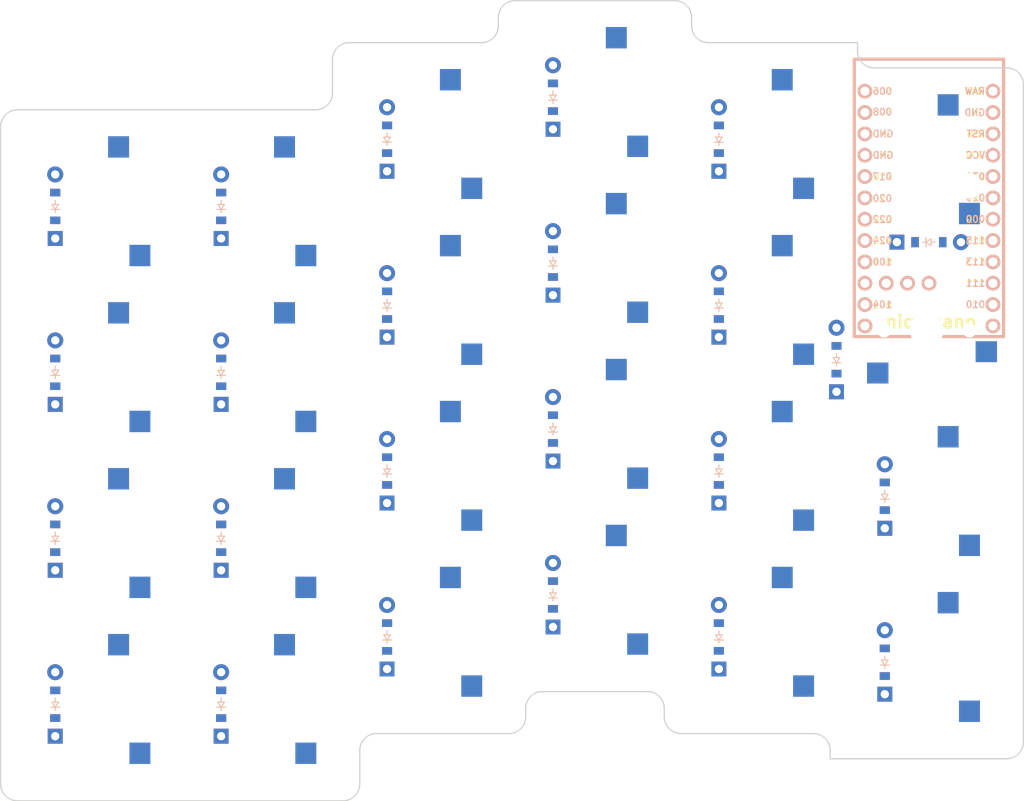
<source format=kicad_pcb>
(kicad_pcb (version 20240108) (generator "pcbnew") (generator_version "8.0")
  (title_block (title "left") (rev "v1.0.0") (company "Unknown"))
  (layers (0 "F.Cu" signal) (31 "B.Cu" signal) (34 "B.Paste" user) (35 "F.Paste" user) (36 "B.SilkS" user "B.Silkscreen") (37 "F.SilkS" user "F.Silkscreen") (38 "B.Mask" user) (39 "F.Mask" user) (44 "Edge.Cuts" user))
  (net 0 "")
  (net 1 "P017")
  (net 2 "outer_bottom")
  (net 3 "outer_home")
  (net 4 "outer_top")
  (net 5 "outer_num")
  (net 6 "P020")
  (net 7 "pinky_bottom")
  (net 8 "pinky_home")
  (net 9 "pinky_top")
  (net 10 "pinky_num")
  (net 11 "P022")
  (net 12 "ring_bottom")
  (net 13 "ring_home")
  (net 14 "ring_top")
  (net 15 "ring_num")
  (net 16 "P024")
  (net 17 "middle_bottom")
  (net 18 "middle_home")
  (net 19 "middle_top")
  (net 20 "middle_num")
  (net 21 "P100")
  (net 22 "index_bottom")
  (net 23 "index_home")
  (net 24 "index_top")
  (net 25 "index_num")
  (net 26 "P011")
  (net 27 "inner_bottom")
  (net 28 "inner_home")
  (net 29 "inner_num")
  (net 30 "inner_top")
  (net 31 "RAW")
  (net 32 "GND")
  (net 33 "RST")
  (net 34 "VCC")
  (net 35 "P031")
  (net 36 "P029")
  (net 37 "P002")
  (net 38 "P115")
  (net 39 "P113")
  (net 40 "P111")
  (net 41 "P010")
  (net 42 "P009")
  (net 43 "P006")
  (net 44 "P008")
  (net 45 "P104")
  (net 46 "P106")
  (net 47 "P101")
  (net 48 "P102")
  (net 49 "P107")
  (net 50 "{row_net}")
  (footprint "ComboDiode" (layer "F.Cu") (at 54.25 -32.75 90)
    (property "Reference" "D14" (hide yes))
    (property "Value" "" (hide yes))
    (pad "1" thru_hole rect (at -3.81 0 90) (size 1.778 1.778) (drill 0.9906) (layers "*.Cu" "*.Mask") (net 50 "{row_net}"))
    (pad "1" smd rect (at -1.65 0 90) (size 0.9 1.2) (layers "F.Cu" "F.Paste" "F.Mask") (net 50 "{row_net}"))
    (pad "1" smd rect (at -1.65 0 90) (size 0.9 1.2) (layers "B.Cu" "B.Paste" "B.Mask") (net 50 "{row_net}"))
    (pad "2" smd rect (at 1.65 0 90) (size 0.9 1.2) (layers "F.Cu" "F.Paste" "F.Mask") (net 18 "middle_home"))
    (pad "2" smd rect (at 1.65 0 90) (size 0.9 1.2) (layers "B.Cu" "B.Paste" "B.Mask") (net 18 "middle_home"))
    (pad "2" thru_hole circle (at 3.81 0 90) (size 1.905 1.905) (drill 0.9906) (layers "*.Cu" "*.Mask") (net 18 "middle_home"))
  )
  (footprint "nice_nano" (layer "F.Cu") (at 99 -59 -90)
    (property "Reference" "MCU1" (hide yes))
    (property "Value" "nice_nano" (hide yes))
    (fp_text user "VCC" (at -6.35 -5.537191 0) (layer "B.SilkS") (effects (font (size 0.8 0.8)) (justify mirror)))
    (fp_text user "GND" (at -11.43 -5.454667 0) (layer "B.SilkS") (effects (font (size 0.8 0.8)) (justify mirror)))
    (fp_text user "111" (at 8.89 -5.537191 0) (layer "B.SilkS") (effects (font (size 0.8 0.8)) (justify mirror)))
    (fp_text user "100" (at 6.35 5.53719 0) (layer "B.SilkS") (effects (font (size 0.8 0.8)) (justify mirror)))
    (fp_text user "017" (at -3.8 5.53719 0) (layer "B.SilkS") (effects (font (size 0.8 0.8)) (justify mirror)))
    (fp_text user "RAW" (at -13.97 -5.473715 0) (layer "B.SilkS") (effects (font (size 0.8 0.8)) (justify mirror)))
    (fp_text user "113" (at 6.35 -5.537191 0) (layer "B.SilkS") (effects (font (size 0.8 0.8)) (justify mirror)))
    (fp_text user "115" (at 3.81 -5.537191 0) (layer "B.SilkS") (effects (font (size 0.8 0.8)) (justify mirror)))
    (fp_text user "002" (at 1.27 -5.537191 0) (layer "B.SilkS") (effects (font (size 0.8 0.8)) (justify mirror)))
    (fp_text user "022" (at 1.3 5.53719 0) (layer "B.SilkS") (effects (font (size 0.8 0.8)) (justify mirror)))
    (fp_text user "020" (at -1.2 5.53719 0) (layer "B.SilkS") (effects (font (size 0.8 0.8)) (justify mirror)))
    (fp_text user "010" (at 11.43 -5.537191 0) (layer "B.SilkS") (effects (font (size 0.8 0.8)) (justify mirror)))
    (fp_text user "008" (at -11.5 5.53719 0) (layer "B.SilkS") (effects (font (size 0.8 0.8)) (justify mirror)))
    (fp_text user "RST" (at -8.89 -5.588 0) (layer "B.SilkS") (effects (font (size 0.8 0.8)) (justify mirror)))
    (fp_text user "GND" (at -8.89 5.461 0) (layer "B.SilkS") (effects (font (size 0.8 0.8)) (justify mirror)))
    (fp_text user "031" (at -3.81 -5.537191 0) (layer "B.SilkS") (effects (font (size 0.8 0.8)) (justify mirror)))
    (fp_text user "104" (at 11.43 5.53719 0) (layer "B.SilkS") (effects (font (size 0.8 0.8)) (justify mirror)))
    (fp_text user "029" (at -1.27 -5.537191 0) (layer "B.SilkS") (effects (font (size 0.8 0.8)) (justify mirror)))
    (fp_text user "024" (at 3.81 5.53719 0) (layer "B.SilkS") (effects (font (size 0.8 0.8)) (justify mirror)))
    (fp_text user "GND" (at -6.35 5.461 0) (layer "B.SilkS") (effects (font (size 0.8 0.8)) (justify mirror)))
    (fp_text user "006" (at -13.97 5.53719 0) (layer "B.SilkS") (effects (font (size 0.8 0.8)) (justify mirror)))
    (fp_text user "104" (at 11.43 5.53719 0) (layer "F.SilkS") (effects (font (size 0.8 0.8))))
    (fp_text user "GND" (at -8.89 5.461 0) (layer "F.SilkS") (effects (font (size 0.8 0.8))))
    (fp_text user "115" (at 3.81 -5.537191 0) (layer "F.SilkS") (effects (font (size 0.8 0.8))))
    (fp_text user "031" (at -3.81 -5.537191 0) (layer "F.SilkS") (effects (font (size 0.8 0.8))))
    (fp_text user "002" (at 1.27 -5.537191 0) (layer "F.SilkS") (effects (font (size 0.8 0.8))))
    (fp_text user "RST" (at -8.89 -5.588 0) (layer "F.SilkS") (effects (font (size 0.8 0.8))))
    (fp_text user "GND" (at -6.35 5.461 0) (layer "F.SilkS") (effects (font (size 0.8 0.8))))
    (fp_text user "VCC" (at -6.35 -5.537191 0) (layer "F.SilkS") (effects (font (size 0.8 0.8))))
    (fp_text user "nice!nano" (at 13.462 -0.254 0) (layer "F.SilkS") (effects (font (size 1.5 1.5) (thickness 0.3))))
    (fp_text user "113" (at 6.35 -5.537191 0) (layer "F.SilkS") (effects (font (size 0.8 0.8))))
    (fp_text user "100" (at 6.35 5.53719 0) (layer "F.SilkS") (effects (font (size 0.8 0.8))))
    (fp_text user "020" (at -1.2 5.53719 0) (layer "F.SilkS") (effects (font (size 0.8 0.8))))
    (fp_text user "010" (at 11.43 -5.537191 0) (layer "F.SilkS") (effects (font (size 0.8 0.8))))
    (fp_text user "017" (at -3.8 5.53719 0) (layer "F.SilkS") (effects (font (size 0.8 0.8))))
    (fp_text user "008" (at -11.5 5.53719 0) (layer "F.SilkS") (effects (font (size 0.8 0.8))))
    (fp_text user "GND" (at -11.43 -5.454667 0) (layer "F.SilkS") (effects (font (size 0.8 0.8))))
    (fp_text user "006" (at -13.97 5.53719 0) (layer "F.SilkS") (effects (font (size 0.8 0.8))))
    (fp_text user "RAW" (at -13.97 -5.473715 0) (layer "F.SilkS") (effects (font (size 0.8 0.8))))
    (fp_text user "029" (at -1.27 -5.537191 0) (layer "F.SilkS") (effects (font (size 0.8 0.8))))
    (fp_text user "022" (at 1.3 5.53719 0) (layer "F.SilkS") (effects (font (size 0.8 0.8))))
    (fp_text user "024" (at 3.81 5.53719 0) (layer "F.SilkS") (effects (font (size 0.8 0.8))))
    (fp_text user "111" (at 8.89 -5.537191 0) (layer "F.SilkS") (effects (font (size 0.8 0.8))))
    (pad "1" thru_hole circle (at -13.97 7.62) (size 1.7526 1.7526) (drill 1.0922) (layers "*.Cu" "*.SilkS" "*.Mask") (net 43 "P006"))
    (pad "2" thru_hole circle (at -11.43 7.62) (size 1.7526 1.7526) (drill 1.0922) (layers "*.Cu" "*.SilkS" "*.Mask") (net 44 "P008"))
    (pad "3" thru_hole circle (at -8.89 7.62) (size 1.7526 1.7526) (drill 1.0922) (layers "*.Cu" "*.SilkS" "*.Mask") (net 32 "GND"))
    (pad "4" thru_hole circle (at -6.35 7.62) (size 1.7526 1.7526) (drill 1.0922) (layers "*.Cu" "*.SilkS" "*.Mask") (net 32 "GND"))
    (pad "5" thru_hole circle (at -3.81 7.62) (size 1.7526 1.7526) (drill 1.0922) (layers "*.Cu" "*.SilkS" "*.Mask") (net 1 "P017"))
    (pad "6" thru_hole circle (at -1.27 7.62) (size 1.7526 1.7526) (drill 1.0922) (layers "*.Cu" "*.SilkS" "*.Mask") (net 6 "P020"))
    (pad "7" thru_hole circle (at 1.27 7.62) (size 1.7526 1.7526) (drill 1.0922) (layers "*.Cu" "*.SilkS" "*.Mask") (net 11 "P022"))
    (pad "8" thru_hole circle (at 3.81 7.62) (size 1.7526 1.7526) (drill 1.0922) (layers "*.Cu" "*.SilkS" "*.Mask") (net 16 "P024"))
    (pad "9" thru_hole circle (at 6.35 7.62) (size 1.7526 1.7526) (drill 1.0922) (layers "*.Cu" "*.SilkS" "*.Mask") (net 21 "P100"))
    (pad "10" thru_hole circle (at 8.89 7.62) (size 1.7526 1.7526) (drill 1.0922) (layers "*.Cu" "*.SilkS" "*.Mask") (net 26 "P011"))
    (pad "11" thru_hole circle (at 11.43 7.62) (size 1.7526 1.7526) (drill 1.0922) (layers "*.Cu" "*.SilkS" "*.Mask") (net 45 "P104"))
    (pad "12" thru_hole circle (at 13.97 7.62) (size 1.7526 1.7526) (drill 1.0922) (layers "*.Cu" "*.SilkS" "*.Mask") (net 46 "P106"))
    (pad "13" thru_hole circle (at 13.97 -7.62) (size 1.7526 1.7526) (drill 1.0922) (layers "*.Cu" "*.SilkS" "*.Mask") (net 42 "P009"))
    (pad "14" thru_hole circle (at 11.43 -7.62) (size 1.7526 1.7526) (drill 1.0922) (layers "*.Cu" "*.SilkS" "*.Mask") (net 41 "P010"))
    (pad "15" thru_hole circle (at 8.89 -7.62) (size 1.7526 1.7526) (drill 1.0922) (layers "*.Cu" "*.SilkS" "*.Mask") (net 40 "P111"))
    (pad "16" thru_hole circle (at 6.35 -7.62) (size 1.7526 1.7526) (drill 1.0922) (layers "*.Cu" "*.SilkS" "*.Mask") (net 39 "P113"))
    (pad "17" thru_hole circle (at 3.81 -7.62) (size 1.7526 1.7526) (drill 1.0922) (layers "*.Cu" "*.SilkS" "*.Mask") (net 38 "P115"))
    (pad "18" thru_hole circle (at 1.27 -7.62) (size 1.7526 1.7526) (drill 1.0922) (layers "*.Cu" "*.SilkS" "*.Mask") (net 37 "P002"))
    (pad "19" thru_hole circle (at -1.27 -7.62) (size 1.7526 1.7526) (drill 1.0922) (layers "*.Cu" "*.SilkS" "*.Mask") (net 36 "P029"))
    (pad "20" thru_hole circle (at -3.81 -7.62) (size 1.7526 1.7526) (drill 1.0922) (layers "*.Cu" "*.SilkS" "*.Mask") (net 35 "P031"))
    (pad "21" thru_hole circle (at -6.35 -7.62) (size 1.7526 1.7526) (drill 1.0922) (layers "*.Cu" "*.SilkS" "*.Mask") (net 34 "VCC"))
    (pad "22" thru_hole circle (at -8.89 -7.62) (size 1.7526 1.7526) (drill 1.0922) (layers "*.Cu" "*.SilkS" "*.Mask") (net 33 "RST"))
    (pad "23" thru_hole circle (at -11.43 -7.62) (size 1.7526 1.7526) (drill 1.0922) (layers "*.Cu" "*.SilkS" "*.Mask") (net 32 "GND"))
    (pad "24" thru_hole circle (at -13.97 -7.62) (size 1.7526 1.7526) (drill 1.0922) (layers "*.Cu" "*.SilkS" "*.Mask") (net 31 "RAW"))
    (pad "31" thru_hole circle (at 8.89 5.08) (size 1.7526 1.7526) (drill 1.0922) (layers "*.Cu" "*.SilkS" "*.Mask") (net 47 "P101"))
    (pad "32" thru_hole circle (at 8.89 2.54) (size 1.7526 1.7526) (drill 1.0922) (layers "*.Cu" "*.SilkS" "*.Mask") (net 48 "P102"))
    (pad "33" thru_hole circle (at 8.89 0) (size 1.7526 1.7526) (drill 1.0922) (layers "*.Cu" "*.SilkS" "*.Mask") (net 49 "P107"))
  )
  (footprint "ComboDiode" (layer "F.Cu") (at -5 -19.75 90)
    (property "Reference" "D2" (hide yes))
    (property "Value" "" (hide yes))
    (pad "1" thru_hole rect (at -3.81 0 90) (size 1.778 1.778) (drill 0.9906) (layers "*.Cu" "*.Mask") (net 50 "{row_net}"))
    (pad "1" smd rect (at -1.65 0 90) (size 0.9 1.2) (layers "F.Cu" "F.Paste" "F.Mask") (net 50 "{row_net}"))
    (pad "1" smd rect (at -1.65 0 90) (size 0.9 1.2) (layers "B.Cu" "B.Paste" "B.Mask") (net 50 "{row_net}"))
    (pad "2" smd rect (at 1.65 0 90) (size 0.9 1.2) (layers "F.Cu" "F.Paste" "F.Mask") (net 3 "outer_home"))
    (pad "2" smd rect (at 1.65 0 90) (size 0.9 1.2) (layers "B.Cu" "B.Paste" "B.Mask") (net 3 "outer_home"))
    (pad "2" thru_hole circle (at 3.81 0 90) (size 1.905 1.905) (drill 0.9906) (layers "*.Cu" "*.Mask") (net 3 "outer_home"))
  )
  (footprint "MX" (layer "F.Cu") (at 19.75 -19.75 -90)
    (property "Reference" "S6" (hide yes))
    (property "Value" "" (hide yes))
    (pad "" np_thru_hole circle (at -5.08 0) (size 1.7018 1.7018) (drill 1.7018) (layers "*.Cu" "*.Mask"))
    (pad "" np_thru_hole circle (at -3.81 -2.54) (size 3 3) (drill 3) (layers "*.Cu" "*.Mask"))
    (pad "" np_thru_hole circle (at 0 0) (size 3.9878 3.9878) (drill 3.9878) (layers "*.Cu" "*.Mask"))
    (pad "" np_thru_hole circle (at 2.54 -5.08) (size 3 3) (drill 3) (layers "*.Cu" "*.Mask"))
    (pad "" np_thru_hole circle (at 5.08 0) (size 1.7018 1.7018) (drill 1.7018) (layers "*.Cu" "*.Mask"))
    (pad "1" smd rect (at -7.085 -2.54 270) (size 2.55 2.5) (layers "B.Cu" "B.Paste" "B.Mask") (net 6 "P020"))
    (pad "2" smd rect (at 5.842 -5.08 270) (size 2.55 2.5) (layers "B.Cu" "B.Paste" "B.Mask") (net 8 "pinky_home"))
  )
  (footprint "ComboDiode" (layer "F.Cu") (at -5 -59.25 90)
    (property "Reference" "D4" (hide yes))
    (property "Value" "" (hide yes))
    (pad "1" thru_hole rect (at -3.81 0 90) (size 1.778 1.778) (drill 0.9906) (layers "*.Cu" "*.Mask") (net 50 "{row_net}"))
    (pad "1" smd rect (at -1.65 0 90) (size 0.9 1.2) (layers "F.Cu" "F.Paste" "F.Mask") (net 50 "{row_net}"))
    (pad "1" smd rect (at -1.65 0 90) (size 0.9 1.2) (layers "B.Cu" "B.Paste" "B.Mask") (net 50 "{row_net}"))
    (pad "2" smd rect (at 1.65 0 90) (size 0.9 1.2) (layers "F.Cu" "F.Paste" "F.Mask") (net 5 "outer_num"))
    (pad "2" smd rect (at 1.65 0 90) (size 0.9 1.2) (layers "B.Cu" "B.Paste" "B.Mask") (net 5 "outer_num"))
    (pad "2" thru_hole circle (at 3.81 0 90) (size 1.905 1.905) (drill 0.9906) (layers "*.Cu" "*.Mask") (net 5 "outer_num"))
  )
  (footprint "ComboDiode" (layer "F.Cu") (at 54.25 -72.25 90)
    (property "Reference" "D16" (hide yes))
    (property "Value" "" (hide yes))
    (pad "1" thru_hole rect (at -3.81 0 90) (size 1.778 1.778) (drill 0.9906) (layers "*.Cu" "*.Mask") (net 50 "{row_net}"))
    (pad "1" smd rect (at -1.65 0 90) (size 0.9 1.2) (layers "F.Cu" "F.Paste" "F.Mask") (net 50 "{row_net}"))
    (pad "1" smd rect (at -1.65 0 90) (size 0.9 1.2) (layers "B.Cu" "B.Paste" "B.Mask") (net 50 "{row_net}"))
    (pad "2" smd rect (at 1.65 0 90) (size 0.9 1.2) (layers "F.Cu" "F.Paste" "F.Mask") (net 20 "middle_num"))
    (pad "2" smd rect (at 1.65 0 90) (size 0.9 1.2) (layers "B.Cu" "B.Paste" "B.Mask") (net 20 "middle_num"))
    (pad "2" thru_hole circle (at 3.81 0 90) (size 1.905 1.905) (drill 0.9906) (layers "*.Cu" "*.Mask") (net 20 "middle_num"))
  )
  (footprint "MX" (layer "F.Cu") (at 39.5 -8 -90)
    (property "Reference" "S9" (hide yes))
    (property "Value" "" (hide yes))
    (pad "" np_thru_hole circle (at -5.08 0) (size 1.7018 1.7018) (drill 1.7018) (layers "*.Cu" "*.Mask"))
    (pad "" np_thru_hole circle (at -3.81 -2.54) (size 3 3) (drill 3) (layers "*.Cu" "*.Mask"))
    (pad "" np_thru_hole circle (at 0 0) (size 3.9878 3.9878) (drill 3.9878) (layers "*.Cu" "*.Mask"))
    (pad "" np_thru_hole circle (at 2.54 -5.08) (size 3 3) (drill 3) (layers "*.Cu" "*.Mask"))
    (pad "" np_thru_hole circle (at 5.08 0) (size 1.7018 1.7018) (drill 1.7018) (layers "*.Cu" "*.Mask"))
    (pad "1" smd rect (at -7.085 -2.54 270) (size 2.55 2.5) (layers "B.Cu" "B.Paste" "B.Mask") (net 11 "P022"))
    (pad "2" smd rect (at 5.842 -5.08 270) (size 2.55 2.5) (layers "B.Cu" "B.Paste" "B.Mask") (net 12 "ring_bottom"))
  )
  (footprint "ComboDiode" (layer "F.Cu") (at 34.5 -8 90)
    (property "Reference" "D9" (hide yes))
    (property "Value" "" (hide yes))
    (pad "1" thru_hole rect (at -3.81 0 90) (size 1.778 1.778) (drill 0.9906) (layers "*.Cu" "*.Mask") (net 50 "{row_net}"))
    (pad "1" smd rect (at -1.65 0 90) (size 0.9 1.2) (layers "F.Cu" "F.Paste" "F.Mask") (net 50 "{row_net}"))
    (pad "1" smd rect (at -1.65 0 90) (size 0.9 1.2) (layers "B.Cu" "B.Paste" "B.Mask") (net 50 "{row_net}"))
    (pad "2" smd rect (at 1.65 0 90) (size 0.9 1.2) (layers "F.Cu" "F.Paste" "F.Mask") (net 12 "ring_bottom"))
    (pad "2" smd rect (at 1.65 0 90) (size 0.9 1.2) (layers "B.Cu" "B.Paste" "B.Mask") (net 12 "ring_bottom"))
    (pad "2" thru_hole circle (at 3.81 0 90) (size 1.905 1.905) (drill 0.9906) (layers "*.Cu" "*.Mask") (net 12 "ring_bottom"))
  )
  (footprint "MX" (layer "F.Cu") (at 0 0 -90)
    (property "Reference" "S1" (hide yes))
    (property "Value" "" (hide yes))
    (pad "" np_thru_hole circle (at -5.08 0) (size 1.7018 1.7018) (drill 1.7018) (layers "*.Cu" "*.Mask"))
    (pad "" np_thru_hole circle (at -3.81 -2.54) (size 3 3) (drill 3) (layers "*.Cu" "*.Mask"))
    (pad "" np_thru_hole circle (at 0 0) (size 3.9878 3.9878) (drill 3.9878) (layers "*.Cu" "*.Mask"))
    (pad "" np_thru_hole circle (at 2.54 -5.08) (size 3 3) (drill 3) (layers "*.Cu" "*.Mask"))
    (pad "" np_thru_hole circle (at 5.08 0) (size 1.7018 1.7018) (drill 1.7018) (layers "*.Cu" "*.Mask"))
    (pad "1" smd rect (at -7.085 -2.54 270) (size 2.55 2.5) (layers "B.Cu" "B.Paste" "B.Mask") (net 1 "P017"))
    (pad "2" smd rect (at 5.842 -5.08 270) (size 2.55 2.5) (layers "B.Cu" "B.Paste" "B.Mask") (net 2 "outer_bottom"))
  )
  (footprint "ComboDiode" (layer "F.Cu") (at 93.75 -5 90)
    (property "Reference" "D21" (hide yes))
    (property "Value" "" (hide yes))
    (pad "1" thru_hole rect (at -3.81 0 90) (size 1.778 1.778) (drill 0.9906) (layers "*.Cu" "*.Mask") (net 50 "{row_net}"))
    (pad "1" smd rect (at -1.65 0 90) (size 0.9 1.2) (layers "F.Cu" "F.Paste" "F.Mask") (net 50 "{row_net}"))
    (pad "1" smd rect (at -1.65 0 90) (size 0.9 1.2) (layers "B.Cu" "B.Paste" "B.Mask") (net 50 "{row_net}"))
    (pad "2" smd rect (at 1.65 0 90) (size 0.9 1.2) (layers "F.Cu" "F.Paste" "F.Mask") (net 27 "inner_bottom"))
    (pad "2" smd rect (at 1.65 0 90) (size 0.9 1.2) (layers "B.Cu" "B.Paste" "B.Mask") (net 27 "inner_bottom"))
    (pad "2" thru_hole circle (at 3.81 0 90) (size 1.905 1.905) (drill 0.9906) (layers "*.Cu" "*.Mask") (net 27 "inner_bottom"))
  )
  (footprint "ComboDiode" (layer "F.Cu") (at 74 -8 90)
    (property "Reference" "D17" (hide yes))
    (property "Value" "" (hide yes))
    (pad "1" thru_hole rect (at -3.81 0 90) (size 1.778 1.778) (drill 0.9906) (layers "*.Cu" "*.Mask") (net 50 "{row_net}"))
    (pad "1" smd rect (at -1.65 0 90) (size 0.9 1.2) (layers "F.Cu" "F.Paste" "F.Mask") (net 50 "{row_net}"))
    (pad "1" smd rect (at -1.65 0 90) (size 0.9 1.2) (layers "B.Cu" "B.Paste" "B.Mask") (net 50 "{row_net}"))
    (pad "2" smd rect (at 1.65 0 90) (size 0.9 1.2) (layers "F.Cu" "F.Paste" "F.Mask") (net 22 "index_bottom"))
    (pad "2" smd rect (at 1.65 0 90) (size 0.9 1.2) (layers "B.Cu" "B.Paste" "B.Mask") (net 22 "index_bottom"))
    (pad "2" thru_hole circle (at 3.81 0 90) (size 1.905 1.905) (drill 0.9906) (layers "*.Cu" "*.Mask") (net 22 "index_bottom"))
  )
  (footprint "ComboDiode" (layer "F.Cu") (at 14.75 -39.5 90)
    (property "Reference" "D7" (hide yes))
    (property "Value" "" (hide yes))
    (pad "1" thru_hole rect (at -3.81 0 90) (size 1.778 1.778) (drill 0.9906) (layers "*.Cu" "*.Mask") (net 50 "{row_net}"))
    (pad "1" smd rect (at -1.65 0 90) (size 0.9 1.2) (layers "F.Cu" "F.Paste" "F.Mask") (net 50 "{row_net}"))
    (pad "1" smd rect (at -1.65 0 90) (size 0.9 1.2) (layers "B.Cu" "B.Paste" "B.Mask") (net 50 "{row_net}"))
    (pad "2" smd rect (at 1.65 0 90) (size 0.9 1.2) (layers "F.Cu" "F.Paste" "F.Mask") (net 9 "pinky_top"))
    (pad "2" smd rect (at 1.65 0 90) (size 0.9 1.2) (layers "B.Cu" "B.Paste" "B.Mask") (net 9 "pinky_top"))
    (pad "2" thru_hole circle (at 3.81 0 90) (size 1.905 1.905) (drill 0.9906) (layers "*.Cu" "*.Mask") (net 9 "pinky_top"))
  )
  (footprint "MX" (layer "F.Cu") (at 98.75 -24.75 -90)
    (property "Reference" "S22" (hide yes))
    (property "Value" "" (hide yes))
    (pad "" np_thru_hole circle (at -5.08 0) (size 1.7018 1.7018) (drill 1.7018) (layers "*.Cu" "*.Mask"))
    (pad "" np_thru_hole circle (at -3.81 -2.54) (size 3 3) (drill 3) (layers "*.Cu" "*.Mask"))
    (pad "" np_thru_hole circle (at 0 0) (size 3.9878 3.9878) (drill 3.9878) (layers "*.Cu" "*.Mask"))
    (pad "" np_thru_hole circle (at 2.54 -5.08) (size 3 3) (drill 3) (layers "*.Cu" "*.Mask"))
    (pad "" np_thru_hole circle (at 5.08 0) (size 1.7018 1.7018) (drill 1.7018) (layers "*.Cu" "*.Mask"))
    (pad "1" smd rect (at -7.085 -2.54 270) (size 2.55 2.5) (layers "B.Cu" "B.Paste" "B.Mask") (net 26 "P011"))
    (pad "2" smd rect (at 5.842 -5.08 270) (size 2.55 2.5) (layers "B.Cu" "B.Paste" "B.Mask") (net 28 "inner_home"))
  )
  (footprint "MX" (layer "F.Cu") (at 19.75 -39.5 -90)
    (property "Reference" "S7" (hide yes))
    (property "Value" "" (hide yes))
    (pad "" np_thru_hole circle (at -5.08 0) (size 1.7018 1.7018) (drill 1.7018) (layers "*.Cu" "*.Mask"))
    (pad "" np_thru_hole circle (at -3.81 -2.54) (size 3 3) (drill 3) (layers "*.Cu" "*.Mask"))
    (pad "" np_thru_hole circle (at 0 0) (size 3.9878 3.9878) (drill 3.9878) (layers "*.Cu" "*.Mask"))
    (pad "" np_thru_hole circle (at 2.54 -5.08) (size 3 3) (drill 3) (layers "*.Cu" "*.Mask"))
    (pad "" np_thru_hole circle (at 5.08 0) (size 1.7018 1.7018) (drill 1.7018) (layers "*.Cu" "*.Mask"))
    (pad "1" smd rect (at -7.085 -2.54 270) (size 2.55 2.5) (layers "B.Cu" "B.Paste" "B.Mask") (net 6 "P020"))
    (pad "2" smd rect (at 5.842 -5.08 270) (size 2.55 2.5) (layers "B.Cu" "B.Paste" "B.Mask") (net 9 "pinky_top"))
  )
  (footprint "ComboDiode" (layer "F.Cu") (at 54.25 -13 90)
    (property "Reference" "D13" (hide yes))
    (property "Value" "" (hide yes))
    (pad "1" thru_hole rect (at -3.81 0 90) (size 1.778 1.778) (drill 0.9906) (layers "*.Cu" "*.Mask") (net 50 "{row_net}"))
    (pad "1" smd rect (at -1.65 0 90) (size 0.9 1.2) (layers "F.Cu" "F.Paste" "F.Mask") (net 50 "{row_net}"))
    (pad "1" smd rect (at -1.65 0 90) (size 0.9 1.2) (layers "B.Cu" "B.Paste" "B.Mask") (net 50 "{row_net}"))
    (pad "2" smd rect (at 1.65 0 90) (size 0.9 1.2) (layers "F.Cu" "F.Paste" "F.Mask") (net 17 "middle_bottom"))
    (pad "2" smd rect (at 1.65 0 90) (size 0.9 1.2) (layers "B.Cu" "B.Paste" "B.Mask") (net 17 "middle_bottom"))
    (pad "2" thru_hole circle (at 3.81 0 90) (size 1.905 1.905) (drill 0.9906) (layers "*.Cu" "*.Mask") (net 17 "middle_bottom"))
  )
  (footprint "ComboDiode" (layer "F.Cu") (at -5 -39.5 90)
    (property "Reference" "D3" (hide yes))
    (property "Value" "" (hide yes))
    (pad "1" thru_hole rect (at -3.81 0 90) (size 1.778 1.778) (drill 0.9906) (layers "*.Cu" "*.Mask") (net 50 "{row_net}"))
    (pad "1" smd rect (at -1.65 0 90) (size 0.9 1.2) (layers "F.Cu" "F.Paste" "F.Mask") (net 50 "{row_net}"))
    (pad "1" smd rect (at -1.65 0 90) (size 0.9 1.2) (layers "B.Cu" "B.Paste" "B.Mask") (net 50 "{row_net}"))
    (pad "2" smd rect (at 1.65 0 90) (size 0.9 1.2) (layers "F.Cu" "F.Paste" "F.Mask") (net 4 "outer_top"))
    (pad "2" smd rect (at 1.65 0 90) (size 0.9 1.2) (layers "B.Cu" "B.Paste" "B.Mask") (net 4 "outer_top"))
    (pad "2" thru_hole circle (at 3.81 0 90) (size 1.905 1.905) (drill 0.9906) (layers "*.Cu" "*.Mask") (net 4 "outer_top"))
  )
  (footprint "MX" (layer "F.Cu") (at 59.25 -52.5 -90)
    (property "Reference" "S15" (hide yes))
    (property "Value" "" (hide yes))
    (pad "" np_thru_hole circle (at -5.08 0) (size 1.7018 1.7018) (drill 1.7018) (layers "*.Cu" "*.Mask"))
    (pad "" np_thru_hole circle (at -3.81 -2.54) (size 3 3) (drill 3) (layers "*.Cu" "*.Mask"))
    (pad "" np_thru_hole circle (at 0 0) (size 3.9878 3.9878) (drill 3.9878) (layers "*.Cu" "*.Mask"))
    (pad "" np_thru_hole circle (at 2.54 -5.08) (size 3 3) (drill 3) (layers "*.Cu" "*.Mask"))
    (pad "" np_thru_hole circle (at 5.08 0) (size 1.7018 1.7018) (drill 1.7018) (layers "*.Cu" "*.Mask"))
    (pad "1" smd rect (at -7.085 -2.54 270) (size 2.55 2.5) (layers "B.Cu" "B.Paste" "B.Mask") (net 16 "P024"))
    (pad "2" smd rect (at 5.842 -5.08 270) (size 2.55 2.5) (layers "B.Cu" "B.Paste" "B.Mask") (net 19 "middle_top"))
  )
  (footprint "MX" (layer "F.Cu") (at 0 -19.75 -90)
    (property "Reference" "S2" (hide yes))
    (property "Value" "" (hide yes))
    (pad "" np_thru_hole circle (at -5.08 0) (size 1.7018 1.7018) (drill 1.7018) (layers "*.Cu" "*.Mask"))
    (pad "" np_thru_hole circle (at -3.81 -2.54) (size 3 3) (drill 3) (layers "*.Cu" "*.Mask"))
    (pad "" np_thru_hole circle (at 0 0) (size 3.9878 3.9878) (drill 3.9878) (layers "*.Cu" "*.Mask"))
    (pad "" np_thru_hole circle (at 2.54 -5.08) (size 3 3) (drill 3) (layers "*.Cu" "*.Mask"))
    (pad "" np_thru_hole circle (at 5.08 0) (size 1.7018 1.7018) (drill 1.7018) (layers "*.Cu" "*.Mask"))
    (pad "1" smd rect (at -7.085 -2.54 270) (size 2.55 2.5) (layers "B.Cu" "B.Paste" "B.Mask") (net 1 "P017"))
    (pad "2" smd rect (at 5.842 -5.08 270) (size 2.55 2.5) (layers "B.Cu" "B.Paste" "B.Mask") (net 3 "outer_home"))
  )
  (footprint "ComboDiode" (layer "F.Cu") (at 14.75 -59.25 90)
    (property "Reference" "D8" (hide yes))
    (property "Value" "" (hide yes))
    (pad "1" thru_hole rect (at -3.81 0 90) (size 1.778 1.778) (drill 0.9906) (layers "*.Cu" "*.Mask") (net 50 "{row_net}"))
    (pad "1" smd rect (at -1.65 0 90) (size 0.9 1.2) (layers "F.Cu" "F.Paste" "F.Mask") (net 50 "{row_net}"))
    (pad "1" smd rect (at -1.65 0 90) (size 0.9 1.2) (layers "B.Cu" "B.Paste" "B.Mask") (net 50 "{row_net}"))
    (pad "2" smd rect (at 1.65 0 90) (size 0.9 1.2) (layers "F.Cu" "F.Paste" "F.Mask") (net 10 "pinky_num"))
    (pad "2" smd rect (at 1.65 0 90) (size 0.9 1.2) (layers "B.Cu" "B.Paste" "B.Mask") (net 10 "pinky_num"))
    (pad "2" thru_hole circle (at 3.81 0 90) (size 1.905 1.905) (drill 0.9906) (layers "*.Cu" "*.Mask") (net 10 "pinky_num"))
  )
  (footprint "ComboDiode" (layer "F.Cu") (at 34.5 -27.75 90)
    (property "Reference" "D10" (hide yes))
    (property "Value" "" (hide yes))
    (pad "1" thru_hole rect (at -3.81 0 90) (size 1.778 1.778) (drill 0.9906) (layers "*.Cu" "*.Mask") (net 50 "{row_net}"))
    (pad "1" smd rect (at -1.65 0 90) (size 0.9 1.2) (layers "F.Cu" "F.Paste" "F.Mask") (net 50 "{row_net}"))
    (pad "1" smd rect (at -1.65 0 90) (size 0.9 1.2) (layers "B.Cu" "B.Paste" "B.Mask") (net 50 "{row_net}"))
    (pad "2" smd rect (at 1.65 0 90) (size 0.9 1.2) (layers "F.Cu" "F.Paste" "F.Mask") (net 13 "ring_home"))
    (pad "2" smd rect (at 1.65 0 90) (size 0.9 1.2) (layers "B.Cu" "B.Paste" "B.Mask") (net 13 "ring_home"))
    (pad "2" thru_hole circle (at 3.81 0 90) (size 1.905 1.905) (drill 0.9906) (layers "*.Cu" "*.Mask") (net 13 "ring_home"))
  )
  (footprint "MX" (layer "F.Cu") (at 79 -8 -90)
    (property "Reference" "S17" (hide yes))
    (property "Value" "" (hide yes))
    (pad "" np_thru_hole circle (at -5.08 0) (size 1.7018 1.7018) (drill 1.7018) (layers "*.Cu" "*.Mask"))
    (pad "" np_thru_hole circle (at -3.81 -2.54) (size 3 3) (drill 3) (layers "*.Cu" "*.Mask"))
    (pad "" np_thru_hole circle (at 0 0) (size 3.9878 3.9878) (drill 3.9878) (layers "*.Cu" "*.Mask"))
    (pad "" np_thru_hole circle (at 2.54 -5.08) (size 3 3) (drill 3) (layers "*.Cu" "*.Mask"))
    (pad "" np_thru_hole circle (at 5.08 0) (size 1.7018 1.7018) (drill 1.7018) (layers "*.Cu" "*.Mask"))
    (pad "1" smd rect (at -7.085 -2.54 270) (size 2.55 2.5) (layers "B.Cu" "B.Paste" "B.Mask") (net 21 "P100"))
    (pad "2" smd rect (at 5.842 -5.08 270) (size 2.55 2.5) (layers "B.Cu" "B.Paste" "B.Mask") (net 22 "index_bottom"))
  )
  (footprint "MX" (layer "F.Cu") (at 79 -47.5 -90)
    (property "Reference" "S19" (hide yes))
    (property "Value" "" (hide yes))
    (pad "" np_thru_hole circle (at -5.08 0) (size 1.7018 1.7018) (drill 1.7018) (layers "*.Cu" "*.Mask"))
    (pad "" np_thru_hole circle (at -3.81 -2.54) (size 3 3) (drill 3) (layers "*.Cu" "*.Mask"))
    (pad "" np_thru_hole circle (at 0 0) (size 3.9878 3.9878) (drill 3.9878) (layers "*.Cu" "*.Mask"))
    (pad "" np_thru_hole circle (at 2.54 -5.08) (size 3 3) (drill 3) (layers "*.Cu" "*.Mask"))
    (pad "" np_thru_hole circle (at 5.08 0) (size 1.7018 1.7018) (drill 1.7018) (layers "*.Cu" "*.Mask"))
    (pad "1" smd rect (at -7.085 -2.54 270) (size 2.55 2.5) (layers "B.Cu" "B.Paste" "B.Mask") (net 21 "P100"))
    (pad "2" smd rect (at 5.842 -5.08 270) (size 2.55 2.5) (layers "B.Cu" "B.Paste" "B.Mask") (net 24 "index_top"))
  )
  (footprint "MX" (layer "F.Cu") (at 39.5 -67.25 -90)
    (property "Reference" "S12" (hide yes))
    (property "Value" "" (hide yes))
    (pad "" np_thru_hole circle (at -5.08 0) (size 1.7018 1.7018) (drill 1.7018) (layers "*.Cu" "*.Mask"))
    (pad "" np_thru_hole circle (at -3.81 -2.54) (size 3 3) (drill 3) (layers "*.Cu" "*.Mask"))
    (pad "" np_thru_hole circle (at 0 0) (size 3.9878 3.9878) (drill 3.9878) (layers "*.Cu" "*.Mask"))
    (pad "" np_thru_hole circle (at 2.54 -5.08) (size 3 3) (drill 3) (layers "*.Cu" "*.Mask"))
    (pad "" np_thru_hole circle (at 5.08 0) (size 1.7018 1.7018) (drill 1.7018) (layers "*.Cu" "*.Mask"))
    (pad "1" smd rect (at -7.085 -2.54 270) (size 2.55 2.5) (layers "B.Cu" "B.Paste" "B.Mask") (net 11 "P022"))
    (pad "2" smd rect (at 5.842 -5.08 270) (size 2.55 2.5) (layers "B.Cu" "B.Paste" "B.Mask") (net 15 "ring_num"))
  )
  (footprint "MX" (layer "F.Cu") (at 98.75 -5 -90)
    (property "Reference" "S21" (hide yes))
    (property "Value" "" (hide yes))
    (pad "" np_thru_hole circle (at -5.08 0) (size 1.7018 1.7018) (drill 1.7018) (layers "*.Cu" "*.Mask"))
    (pad "" np_thru_hole circle (at -3.81 -2.54) (size 3 3) (drill 3) (layers "*.Cu" "*.Mask"))
    (pad "" np_thru_hole circle (at 0 0) (size 3.9878 3.9878) (drill 3.9878) (layers "*.Cu" "*.Mask"))
    (pad "" np_thru_hole circle (at 2.54 -5.08) (size 3 3) (drill 3) (layers "*.Cu" "*.Mask"))
    (pad "" np_thru_hole circle (at 5.08 0) (size 1.7018 1.7018) (drill 1.7018) (layers "*.Cu" "*.Mask"))
    (pad "1" smd rect (at -7.085 -2.54 270) (size 2.55 2.5) (layers "B.Cu" "B.Paste" "B.Mask") (net 26 "P011"))
    (pad "2" smd rect (at 5.842 -5.08 270) (size 2.55 2.5) (layers "B.Cu" "B.Paste" "B.Mask") (net 27 "inner_bottom"))
  )
  (footprint "MX" (layer "F.Cu") (at 79 -67.25 -90)
    (property "Reference" "S20" (hide yes))
    (property "Value" "" (hide yes))
    (pad "" np_thru_hole circle (at -5.08 0) (size 1.7018 1.7018) (drill 1.7018) (layers "*.Cu" "*.Mask"))
    (pad "" np_thru_hole circle (at -3.81 -2.54) (size 3 3) (drill 3) (layers "*.Cu" "*.Mask"))
    (pad "" np_thru_hole circle (at 0 0) (size 3.9878 3.9878) (drill 3.9878) (layers "*.Cu" "*.Mask"))
    (pad "" np_thru_hole circle (at 2.54 -5.08) (size 3 3) (drill 3) (layers "*.Cu" "*.Mask"))
    (pad "" np_thru_hole circle (at 5.08 0) (size 1.7018 1.7018) (drill 1.7018) (layers "*.Cu" "*.Mask"))
    (pad "1" smd rect (at -7.085 -2.54 270) (size 2.55 2.5) (layers "B.Cu" "B.Paste" "B.Mask") (net 21 "P100"))
    (pad "2" smd rect (at 5.842 -5.08 270) (size 2.55 2.5) (layers "B.Cu" "B.Paste" "B.Mask") (net 25 "index_num"))
  )
  (footprint "ComboDiode" (layer "F.Cu") (at 74 -27.75 90)
    (property "Reference" "D18" (hide yes))
    (property "Value" "" (hide yes))
    (pad "1" thru_hole rect (at -3.81 0 90) (size 1.778 1.778) (drill 0.9906) (layers "*.Cu" "*.Mask") (net 50 "{row_net}"))
    (pad "1" smd rect (at -1.65 0 90) (size 0.9 1.2) (layers "F.Cu" "F.Paste" "F.Mask") (net 50 "{row_net}"))
    (pad "1" smd rect (at -1.65 0 90) (size 0.9 1.2) (layers "B.Cu" "B.Paste" "B.Mask") (net 50 "{row_net}"))
    (pad "2" smd rect (at 1.65 0 90) (size 0.9 1.2) (layers "F.Cu" "F.Paste" "F.Mask") (net 23 "index_home"))
    (pad "2" smd rect (at 1.65 0 90) (size 0.9 1.2) (layers "B.Cu" "B.Paste" "B.Mask") (net 23 "index_home"))
    (pad "2" thru_hole circle (at 3.81 0 90) (size 1.905 1.905) (drill 0.9906) (layers "*.Cu" "*.Mask") (net 23 "index_home"))
  )
  (footprint "MX" (layer "F.Cu") (at 0 -39.5 -90)
    (property "Reference" "S3" (hide yes))
    (property "Value" "" (hide yes))
    (pad "" np_thru_hole circle (at -5.08 0) (size 1.7018 1.7018) (drill 1.7018) (layers "*.Cu" "*.Mask"))
    (pad "" np_thru_hole circle (at -3.81 -2.54) (size 3 3) (drill 3) (layers "*.Cu" "*.Mask"))
    (pad "" np_thru_hole circle (at 0 0) (size 3.9878 3.9878) (drill 3.9878) (layers "*.Cu" "*.Mask"))
    (pad "" np_thru_hole circle (at 2.54 -5.08) (size 3 3) (drill 3) (layers "*.Cu" "*.Mask"))
    (pad "" np_thru_hole circle (at 5.08 0) (size 1.7018 1.7018) (drill 1.7018) (layers "*.Cu" "*.Mask"))
    (pad "1" smd rect (at -7.085 -2.54 270) (size 2.55 2.5) (layers "B.Cu" "B.Paste" "B.Mask") (net 1 "P017"))
    (pad "2" smd rect (at 5.842 -5.08 270) (size 2.55 2.5) (layers "B.Cu" "B.Paste" "B.Mask") (net 4 "outer_top"))
  )
  (footprint "ComboDiode" (layer "F.Cu") (at 93.75 -24.75 90)
    (property "Reference" "D22" (hide yes))
    (property "Value" "" (hide yes))
    (pad "1" thru_hole rect (at -3.81 0 90) (size 1.778 1.778) (drill 0.9906) (layers "*.Cu" "*.Mask") (net 50 "{row_net}"))
    (pad "1" smd rect (at -1.65 0 90) (size 0.9 1.2) (layers "F.Cu" "F.Paste" "F.Mask") (net 50 "{row_net}"))
    (pad "1" smd rect (at -1.65 0 90) (size 0.9 1.2) (layers "B.Cu" "B.Paste" "B.Mask") (net 50 "{row_net}"))
    (pad "2" smd rect (at 1.65 0 90) (size 0.9 1.2) (layers "F.Cu" "F.Paste" "F.Mask") (net 28 "inner_home"))
    (pad "2" smd rect (at 1.65 0 90) (size 0.9 1.2) (layers "B.Cu" "B.Paste" "B.Mask") (net 28 "inner_home"))
    (pad "2" thru_hole circle (at 3.81 0 90) (size 1.905 1.905) (drill 0.9906) (layers "*.Cu" "*.Mask") (net 28 "inner_home"))
  )
  (footprint "MX" (layer "F.Cu") (at 39.5 -47.5 -90)
    (property "Reference" "S11" (hide yes))
    (property "Value" "" (hide yes))
    (pad "" np_thru_hole circle (at -5.08 0) (size 1.7018 1.7018) (drill 1.7018) (layers "*.Cu" "*.Mask"))
    (pad "" np_thru_hole circle (at -3.81 -2.54) (size 3 3) (drill 3) (layers "*.Cu" "*.Mask"))
    (pad "" np_thru_hole circle (at 0 0) (size 3.9878 3.9878) (drill 3.9878) (layers "*.Cu" "*.Mask"))
    (pad "" np_thru_hole circle (at 2.54 -5.08) (size 3 3) (drill 3) (layers "*.Cu" "*.Mask"))
    (pad "" np_thru_hole circle (at 5.08 0) (size 1.7018 1.7018) (drill 1.7018) (layers "*.Cu" "*.Mask"))
    (pad "1" smd rect (at -7.085 -2.54 270) (size 2.55 2.5) (layers "B.Cu" "B.Paste" "B.Mask") (net 11 "P022"))
    (pad "2" smd rect (at 5.842 -5.08 270) (size 2.55 2.5) (layers "B.Cu" "B.Paste" "B.Mask") (net 14 "ring_top"))
  )
  (footprint "MX" (layer "F.Cu") (at 79 -27.75 -90)
    (property "Reference" "S18" (hide yes))
    (property "Value" "" (hide yes))
    (pad "" np_thru_hole circle (at -5.08 0) (size 1.7018 1.7018) (drill 1.7018) (layers "*.Cu" "*.Mask"))
    (pad "" np_thru_hole circle (at -3.81 -2.54) (size 3 3) (drill 3) (layers "*.Cu" "*.Mask"))
    (pad "" np_thru_hole circle (at 0 0) (size 3.9878 3.9878) (drill 3.9878) (layers "*.Cu" "*.Mask"))
    (pad "" np_thru_hole circle (at 2.54 -5.08) (size 3 3) (drill 3) (layers "*.Cu" "*.Mask"))
    (pad "" np_thru_hole circle (at 5.08 0) (size 1.7018 1.7018) (drill 1.7018) (layers "*.Cu" "*.Mask"))
    (pad "1" smd rect (at -7.085 -2.54 270) (size 2.55 2.5) (layers "B.Cu" "B.Paste" "B.Mask") (net 21 "P100"))
    (pad "2" smd rect (at 5.842 -5.08 270) (size 2.55 2.5) (layers "B.Cu" "B.Paste" "B.Mask") (net 23 "index_home"))
  )
  (footprint "MX" (layer "F.Cu") (at 19.75 -59.25 -90)
    (property "Reference" "S8" (hide yes))
    (property "Value" "" (hide yes))
    (pad "" np_thru_hole circle (at -5.08 0) (size 1.7018 1.7018) (drill 1.7018) (layers "*.Cu" "*.Mask"))
    (pad "" np_thru_hole circle (at -3.81 -2.54) (size 3 3) (drill 3) (layers "*.Cu" "*.Mask"))
    (pad "" np_thru_hole circle (at 0 0) (size 3.9878 3.9878) (drill 3.9878) (layers "*.Cu" "*.Mask"))
    (pad "" np_thru_hole circle (at 2.54 -5.08) (size 3 3) (drill 3) (layers "*.Cu" "*.Mask"))
    (pad "" np_thru_hole circle (at 5.08 0) (size 1.7018 1.7018) (drill 1.7018) (layers "*.Cu" "*.Mask"))
    (pad "1" smd rect (at -7.085 -2.54 270) (size 2.55 2.5) (layers "B.Cu" "B.Paste" "B.Mask") (net 6 "P020"))
    (pad "2" smd rect (at 5.842 -5.08 270) (size 2.55 2.5) (layers "B.Cu" "B.Paste" "B.Mask") (net 10 "pinky_num"))
  )
  (footprint "ComboDiode" (layer "F.Cu") (at 14.75 -19.75 90)
    (property "Reference" "D6" (hide yes))
    (property "Value" "" (hide yes))
    (pad "1" thru_hole rect (at -3.81 0 90) (size 1.778 1.778) (drill 0.9906) (layers "*.Cu" "*.Mask") (net 50 "{row_net}"))
    (pad "1" smd rect (at -1.65 0 90) (size 0.9 1.2) (layers "F.Cu" "F.Paste" "F.Mask") (net 50 "{row_net}"))
    (pad "1" smd rect (at -1.65 0 90) (size 0.9 1.2) (layers "B.Cu" "B.Paste" "B.Mask") (net 50 "{row_net}"))
    (pad "2" smd rect (at 1.65 0 90) (size 0.9 1.2) (layers "F.Cu" "F.Paste" "F.Mask") (net 8 "pinky_home"))
    (pad "2" smd rect (at 1.65 0 90) (size 0.9 1.2) (layers "B.Cu" "B.Paste" "B.Mask") (net 8 "pinky_home"))
    (pad "2" thru_hole circle (at 3.81 0 90) (size 1.905 1.905) (drill 0.9906) (layers "*.Cu" "*.Mask") (net 8 "pinky_home"))
  )
  (footprint "MX" (layer "F.Cu") (at 19.75 0 -90)
    (property "Reference" "S5" (hide yes))
    (property "Value" "" (hide yes))
    (pad "" np_thru_hole circle (at -5.08 0) (size 1.7018 1.7018) (drill 1.7018) (layers "*.Cu" "*.Mask"))
    (pad "" np_thru_hole circle (at -3.81 -2.54) (size 3 3) (drill 3) (layers "*.Cu" "*.Mask"))
    (pad "" np_thru_hole circle (at 0 0) (size 3.9878 3.9878) (drill 3.9878) (layers "*.Cu" "*.Mask"))
    (pad "" np_thru_hole circle (at 2.54 -5.08) (size 3 3) (drill 3) (layers "*.Cu" "*.Mask"))
    (pad "" np_thru_hole circle (at 5.08 0) (size 1.7018 1.7018) (drill 1.7018) (layers "*.Cu" "*.Mask"))
    (pad "1" smd rect (at -7.085 -2.54 270) (size 2.55 2.5) (layers "B.Cu" "B.Paste" "B.Mask") (net 6 "P020"))
    (pad "2" smd rect (at 5.842 -5.08 270) (size 2.55 2.5) (layers "B.Cu" "B.Paste" "B.Mask") (net 7 "pinky_bottom"))
  )
  (footprint "MX" (layer "F.Cu") (at 98.75 -64.25 -90)
    (property "Reference" "S23" (hide yes))
    (property "Value" "" (hide yes))
    (pad "" np_thru_hole circle (at -5.08 0) (size 1.7018 1.7018) (drill 1.7018) (layers "*.Cu" "*.Mask"))
    (pad "" np_thru_hole circle (at -3.81 -2.54) (size 3 3) (drill 3) (layers "*.Cu" "*.Mask"))
    (pad "" np_thru_hole circle (at 0 0) (size 3.9878 3.9878) (drill 3.9878) (layers "*.Cu" "*.Mask"))
    (pad "" np_thru_hole circle (at 2.54 -5.08) (size 3 3) (drill 3) (layers "*.Cu" "*.Mask"))
    (pad "" np_thru_hole circle (at 5.08 0) (size 1.7018 1.7018) (drill 1.7018) (layers "*.Cu" "*.Mask"))
    (pad "1" smd rect (at -7.085 -2.54 270) (size 2.55 2.5) (layers "B.Cu" "B.Paste" "B.Mask") (net 26 "P011"))
    (pad "2" smd rect (at 5.842 -5.08 270) (size 2.55 2.5) (layers "B.Cu" "B.Paste" "B.Mask") (net 29 "inner_num"))
  )
  (footprint "ComboDiode" (layer "F.Cu") (at 88 -41 90)
    (property "Reference" "D23" (hide yes))
    (property "Value" "" (hide yes))
    (pad "1" thru_hole rect (at -3.81 0 90) (size 1.778 1.778) (drill 0.9906) (layers "*.Cu" "*.Mask") (net 50 "{row_net}"))
    (pad "1" smd rect (at -1.65 0 90) (size 0.9 1.2) (layers "F.Cu" "F.Paste" "F.Mask") (net 50 "{row_net}"))
    (pad "1" smd rect (at -1.65 0 90) (size 0.9 1.2) (layers "B.Cu" "B.Paste" "B.Mask") (net 50 "{row_net}"))
    (pad "2" smd rect (at 1.65 0 90) (size 0.9 1.2) (layers "F.Cu" "F.Paste" "F.Mask") (net 30 "inner_top"))
    (pad "2" smd rect (at 1.65 0 90) (size 0.9 1.2) (layers "B.Cu" "B.Paste" "B.Mask") (net 30 "inner_top"))
    (pad "2" thru_hole circle (at 3.81 0 90) (size 1.905 1.905) (drill 0.9906) (layers "*.Cu" "*.Mask") (net 30 "inner_top"))
  )
  (footprint "MX" (layer "F.Cu") (at 59.25 -13 -90)
    (property "Reference" "S13" (hide yes))
    (property "Value" "" (hide yes))
    (pad "" np_thru_hole circle (at -5.08 0) (size 1.7018 1.7018) (drill 1.7018) (layers "*.Cu" "*.Mask"))
    (pad "" np_thru_hole circle (at -3.81 -2.54) (size 3 3) (drill 3) (layers "*.Cu" "*.Mask"))
    (pad "" np_thru_hole circle (at 0 0) (size 3.9878 3.9878) (drill 3.9878) (layers "*.Cu" "*.Mask"))
    (pad "" np_thru_hole circle (at 2.54 -5.08) (size 3 3) (drill 3) (layers "*.Cu" "*.Mask"))
    (pad "" np_thru_hole circle (at 5.08 0) (size 1.7018 1.7018) (drill 1.7018) (layers "*.Cu" "*.Mask"))
    (pad "1" smd rect (at -7.085 -2.54 270) (size 2.55 2.5) (layers "B.Cu" "B.Paste" "B.Mask") (net 16 "P024"))
    (pad "2" smd rect (at 5.842 -5.08 270) (size 2.55 2.5) (layers "B.Cu" "B.Paste" "B.Mask") (net 17 "middle_bottom"))
  )
  (footprint "ComboDiode" (layer "F.Cu") (at 74 -47.5 90)
    (property "Reference" "D19" (hide yes))
    (property "Value" "" (hide yes))
    (pad "1" thru_hole rect (at -3.81 0 90) (size 1.778 1.778) (drill 0.9906) (layers "*.Cu" "*.Mask") (net 50 "{row_net}"))
    (pad "1" smd rect (at -1.65 0 90) (size 0.9 1.2) (layers "F.Cu" "F.Paste" "F.Mask") (net 50 "{row_net}"))
    (pad "1" smd rect (at -1.65 0 90) (size 0.9 1.2) (layers "B.Cu" "B.Paste" "B.Mask") (net 50 "{row_net}"))
    (pad "2" smd rect (at 1.65 0 90) (size 0.9 1.2) (layers "F.Cu" "F.Paste" "F.Mask") (net 24 "index_top"))
    (pad "2" smd rect (at 1.65 0 90) (size 0.9 1.2) (layers "B.Cu" "B.Paste" "B.Mask") (net 24 "index_top"))
    (pad "2" thru_hole circle (at 3.81 0 90) (size 1.905 1.905) (drill 0.9906) (layers "*.Cu" "*.Mask") (net 24 "index_top"))
  )
  (footprint "MX" (layer "F.Cu") (at 0 -59.25 -90)
    (property "Reference" "S4" (hide yes))
    (property "Value" "" (hide yes))
    (pad "" np_thru_hole circle (at -5.08 0) (size 1.7018 1.7018) (drill 1.7018) (layers "*.Cu" "*.Mask"))
    (pad "" np_thru_hole circle (at -3.81 -2.54) (size 3 3) (drill 3) (layers "*.Cu" "*.Mask"))
    (pad "" np_thru_hole circle (at 0 0) (size 3.9878 3.9878) (drill 3.9878) (layers "*.Cu" "*.Mask"))
    (pad "" np_thru_hole circle (at 2.54 -5.08) (size 3 3) (drill 3) (layers "*.Cu" "*.Mask"))
    (pad "" np_thru_hole circle (at 5.08 0) (size 1.7018 1.7018) (drill 1.7018) (layers "*.Cu" "*.Mask"))
    (pad "1" smd rect (at -7.085 -2.54 270) (size 2.55 2.5) (layers "B.Cu" "B.Paste" "B.Mask") (net 1 "P017"))
    (pad "2" smd rect (at 5.842 -5.08 270) (size 2.55 2.5) (layers "B.Cu" "B.Paste" "B.Mask") (net 5 "outer_num"))
  )
  (footprint "MX" (layer "F.Cu") (at 98.75 -44.5 180)
    (property "Reference" "S24" (hide yes))
    (property "Value" "" (hide yes))
    (pad "" np_thru_hole circle (at -5.08 0) (size 1.7018 1.7018) (drill 1.7018) (layers "*.Cu" "*.Mask"))
    (pad "" np_thru_hole circle (at -3.81 -2.54) (size 3 3) (drill 3) (layers "*.Cu" "*.Mask"))
    (pad "" np_thru_hole circle (at 0 0) (size 3.9878 3.9878) (drill 3.9878) (layers "*.Cu" "*.Mask"))
    (pad "" np_thru_hole circle (at 2.54 -5.08) (size 3 3) (drill 3) (layers "*.Cu" "*.Mask"))
    (pad "" np_thru_hole circle (at 5.08 0) (size 1.7018 1.7018) (drill 1.7018) (layers "*.Cu" "*.Mask"))
    (pad "1" smd rect (at -7.085 -2.54 180) (size 2.55 2.5) (layers "B.Cu" "B.Paste" "B.Mask") (net 26 "P011"))
    (pad "2" smd rect (at 5.842 -5.08 180) (size 2.55 2.5) (layers "B.Cu" "B.Paste" "B.Mask") (net 30 "inner_top"))
  )
  (footprint "ComboDiode" (layer "F.Cu") (at 34.5 -67.25 90)
    (property "Reference" "D12" (hide yes))
    (property "Value" "" (hide yes))
    (pad "1" thru_hole rect (at -3.81 0 90) (size 1.778 1.778) (drill 0.9906) (layers "*.Cu" "*.Mask") (net 50 "{row_net}"))
    (pad "1" smd rect (at -1.65 0 90) (size 0.9 1.2) (layers "F.Cu" "F.Paste" "F.Mask") (net 50 "{row_net}"))
    (pad "1" smd rect (at -1.65 0 90) (size 0.9 1.2) (layers "B.Cu" "B.Paste" "B.Mask") (net 50 "{row_net}"))
    (pad "2" smd rect (at 1.65 0 90) (size 0.9 1.2) (layers "F.Cu" "F.Paste" "F.Mask") (net 15 "ring_num"))
    (pad "2" smd rect (at 1.65 0 90) (size 0.9 1.2) (layers "B.Cu" "B.Paste" "B.Mask") (net 15 "ring_num"))
    (pad "2" thru_hole circle (at 3.81 0 90) (size 1.905 1.905) (drill 0.9906) (layers "*.Cu" "*.Mask") (net 15 "ring_num"))
  )
  (footprint "ComboDiode" (layer "F.Cu") (at -5 0 90)
    (property "Reference" "D1" (hide yes))
    (property "Value" "" (hide yes))
    (pad "1" thru_hole rect (at -3.81 0 90) (size 1.778 1.778) (drill 0.9906) (layers "*.Cu" "*.Mask") (net 50 "{row_net}"))
    (pad "1" smd rect (at -1.65 0 90) (size 0.9 1.2) (layers "F.Cu" "F.Paste" "F.Mask") (net 50 "{row_net}"))
    (pad "1" smd rect (at -1.65 0 90) (size 0.9 1.2) (layers "B.Cu" "B.Paste" "B.Mask") (net 50 "{row_net}"))
    (pad "2" smd rect (at 1.65 0 90) (size 0.9 1.2) (layers "F.Cu" "F.Paste" "F.Mask") (net 2 "outer_bottom"))
    (pad "2" smd rect (at 1.65 0 90) (size 0.9 1.2) (layers "B.Cu" "B.Paste" "B.Mask") (net 2 "outer_bottom"))
    (pad "2" thru_hole circle (at 3.81 0 90) (size 1.905 1.905) (drill 0.9906) (layers "*.Cu" "*.Mask") (net 2 "outer_bottom"))
  )
  (footprint "MX" (layer "F.Cu") (at 59.25 -32.75 -90)
    (property "Reference" "S14" (hide yes))
    (property "Value" "" (hide yes))
    (pad "" np_thru_hole circle (at -5.08 0) (size 1.7018 1.7018) (drill 1.7018) (layers "*.Cu" "*.Mask"))
    (pad "" np_thru_hole circle (at -3.81 -2.54) (size 3 3) (drill 3) (layers "*.Cu" "*.Mask"))
    (pad "" np_thru_hole circle (at 0 0) (size 3.9878 3.9878) (drill 3.9878) (layers "*.Cu" "*.Mask"))
    (pad "" np_thru_hole circle (at 2.54 -5.08) (size 3 3) (drill 3) (layers "*.Cu" "*.Mask"))
    (pad "" np_thru_hole circle (at 5.08 0) (size 1.7018 1.7018) (drill 1.7018) (layers "*.Cu" "*.Mask"))
    (pad "1" smd rect (at -7.085 -2.54 270) (size 2.55 2.5) (layers "B.Cu" "B.Paste" "B.Mask") (net 16 "P024"))
    (pad "2" smd rect (at 5.842 -5.08 270) (size 2.55 2.5) (layers "B.Cu" "B.Paste" "B.Mask") (net 18 "middle_home"))
  )
  (footprint "ComboDiode" (layer "F.Cu") (at 74 -67.25 90)
    (property "Reference" "D20" (hide yes))
    (property "Value" "" (hide yes))
    (pad "1" thru_hole rect (at -3.81 0 90) (size 1.778 1.778) (drill 0.9906) (layers "*.Cu" "*.Mask") (net 50 "{row_net}"))
    (pad "1" smd rect (at -1.65 0 90) (size 0.9 1.2) (layers "F.Cu" "F.Paste" "F.Mask") (net 50 "{row_net}"))
    (pad "1" smd rect (at -1.65 0 90) (size 0.9 1.2) (layers "B.Cu" "B.Paste" "B.Mask") (net 50 "{row_net}"))
    (pad "2" smd rect (at 1.65 0 90) (size 0.9 1.2) (layers "F.Cu" "F.Paste" "F.Mask") (net 25 "index_num"))
    (pad "2" smd rect (at 1.65 0 90) (size 0.9 1.2) (layers "B.Cu" "B.Paste" "B.Mask") (net 25 "index_num"))
    (pad "2" thru_hole circle (at 3.81 0 90) (size 1.905 1.905) (drill 0.9906) (layers "*.Cu" "*.Mask") (net 25 "index_num"))
  )
  (footprint "ComboDiode" (layer "F.Cu") (at 34.5 -47.5 90)
    (property "Reference" "D11" (hide yes))
    (property "Value" "" (hide yes))
    (pad "1" thru_hole rect (at -3.81 0 90) (size 1.778 1.778) (drill 0.9906) (layers "*.Cu" "*.Mask") (net 50 "{row_net}"))
    (pad "1" smd rect (at -1.65 0 90) (size 0.9 1.2) (layers "F.Cu" "F.Paste" "F.Mask") (net 50 "{row_net}"))
    (pad "1" smd rect (at -1.65 0 90) (size 0.9 1.2) (layers "B.Cu" "B.Paste" "B.Mask") (net 50 "{row_net}"))
    (pad "2" smd rect (at 1.65 0 90) (size 0.9 1.2) (layers "F.Cu" "F.Paste" "F.Mask") (net 14 "ring_top"))
    (pad "2" smd rect (at 1.65 0 90) (size 0.9 1.2) (layers "B.Cu" "B.Paste" "B.Mask") (net 14 "ring_top"))
    (pad "2" thru_hole circle (at 3.81 0 90) (size 1.905 1.905) (drill 0.9906) (layers "*.Cu" "*.Mask") (net 14 "ring_top"))
  )
  (footprint "MX" (layer "F.Cu") (at 59.25 -72.25 -90)
    (property "Reference" "S16" (hide yes))
    (property "Value" "" (hide yes))
    (pad "" np_thru_hole circle (at -5.08 0) (size 1.7018 1.7018) (drill 1.7018) (layers "*.Cu" "*.Mask"))
    (pad "" np_thru_hole circle (at -3.81 -2.54) (size 3 3) (drill 3) (layers "*.Cu" "*.Mask"))
    (pad "" np_thru_hole circle (at 0 0) (size 3.9878 3.9878) (drill 3.9878) (layers "*.Cu" "*.Mask"))
    (pad "" np_thru_hole circle (at 2.54 -5.08) (size 3 3) (drill 3) (layers "*.Cu" "*.Mask"))
    (pad "" np_thru_hole circle (at 5.08 0) (size 1.7018 1.7018) (drill 1.7018) (layers "*.Cu" "*.Mask"))
    (pad "1" smd rect (at -7.085 -2.54 270) (size 2.55 2.5) (layers "B.Cu" "B.Paste" "B.Mask") (net 16 "P024"))
    (pad "2" smd rect (at 5.842 -5.08 270) (size 2.55 2.5) (layers "B.Cu" "B.Paste" "B.Mask") (net 20 "middle_num"))
  )
  (footprint "ComboDiode" (layer "F.Cu") (at 99 -55)
    (property "Reference" "D24" (hide yes))
    (property "Value" "" (hide yes))
    (pad "1" thru_hole rect (at -3.81 0) (size 1.778 1.778) (drill 0.9906) (layers "*.Cu" "*.Mask") (net 50 "{row_net}"))
    (pad "1" smd rect (at -1.65 0) (size 0.9 1.2) (layers "F.Cu" "F.Paste" "F.Mask") (net 50 "{row_net}"))
    (pad "1" smd rect (at -1.65 0) (size 0.9 1.2) (layers "B.Cu" "B.Paste" "B.Mask") (net 50 "{row_net}"))
    (pad "2" smd rect (at 1.65 0) (size 0.9 1.2) (layers "F.Cu" "F.Paste" "F.Mask") (net 29 "inner_num"))
    (pad "2" smd rect (at 1.65 0) (size 0.9 1.2) (layers "B.Cu" "B.Paste" "B.Mask") (net 29 "inner_num"))
    (pad "2" thru_hole circle (at 3.81 0) (size 1.905 1.905) (drill 0.9906) (layers "*.Cu" "*.Mask") (net 29 "inner_num"))
  )
  (footprint "ComboDiode" (layer "F.Cu") (at 54.25 -52.5 90)
    (property "Reference" "D15" (hide yes))
    (property "Value" "" (hide yes))
    (pad "1" thru_hole rect (at -3.81 0 90) (size 1.778 1.778) (drill 0.9906) (layers "*.Cu" "*.Mask") (net 50 "{row_net}"))
    (pad "1" smd rect (at -1.65 0 90) (size 0.9 1.2) (layers "F.Cu" "F.Paste" "F.Mask") (net 50 "{row_net}"))
    (pad "1" smd rect (at -1.65 0 90) (size 0.9 1.2) (layers "B.Cu" "B.Paste" "B.Mask") (net 50 "{row_net}"))
    (pad "2" smd rect (at 1.65 0 90) (size 0.9 1.2) (layers "F.Cu" "F.Paste" "F.Mask") (net 19 "middle_top"))
    (pad "2" smd rect (at 1.65 0 90) (size 0.9 1.2) (layers "B.Cu" "B.Paste" "B.Mask") (net 19 "middle_top"))
    (pad "2" thru_hole circle (at 3.81 0 90) (size 1.905 1.905) (drill 0.9906) (layers "*.Cu" "*.Mask") (net 19 "middle_top"))
  )
  (footprint "ComboDiode" (layer "F.Cu") (at 14.75 0 90)
    (property "Reference" "D5" (hide yes))
    (property "Value" "" (hide yes))
    (pad "1" thru_hole rect (at -3.81 0 90) (size 1.778 1.778) (drill 0.9906) (layers "*.Cu" "*.Mask") (net 50 "{row_net}"))
    (pad "1" smd rect (at -1.65 0 90) (size 0.9 1.2) (layers "F.Cu" "F.Paste" "F.Mask") (net 50 "{row_net}"))
    (pad "1" smd rect (at -1.65 0 90) (size 0.9 1.2) (layers "B.Cu" "B.Paste" "B.Mask") (net 50 "{row_net}"))
    (pad "2" smd rect (at 1.65 0 90) (size 0.9 1.2) (layers "F.Cu" "F.Paste" "F.Mask") (net 7 "pinky_bottom"))
    (pad "2" smd rect (at 1.65 0 90) (size 0.9 1.2) (layers "B.Cu" "B.Paste" "B.Mask") (net 7 "pinky_bottom"))
    (pad "2" thru_hole circle (at 3.81 0 90) (size 1.905 1.905) (drill 0.9906) (layers "*.Cu" "*.Mask") (net 7 "pinky_bottom"))
  )
  (footprint "MX" (layer "F.Cu") (at 39.5 -27.75 -90)
    (property "Reference" "S10" (hide yes))
    (property "Value" "" (hide yes))
    (pad "" np_thru_hole circle (at -5.08 0) (size 1.7018 1.7018) (drill 1.7018) (layers "*.Cu" "*.Mask"))
    (pad "" np_thru_hole circle (at -3.81 -2.54) (size 3 3) (drill 3) (layers "*.Cu" "*.Mask"))
    (pad "" np_thru_hole circle (at 0 0) (size 3.9878 3.9878) (drill 3.9878) (layers "*.Cu" "*.Mask"))
    (pad "" np_thru_hole circle (at 2.54 -5.08) (size 3 3) (drill 3) (layers "*.Cu" "*.Mask"))
    (pad "" np_thru_hole circle (at 5.08 0) (size 1.7018 1.7018) (drill 1.7018) (layers "*.Cu" "*.Mask"))
    (pad "1" smd rect (at -7.085 -2.54 270) (size 2.55 2.5) (layers "B.Cu" "B.Paste" "B.Mask") (net 11 "P022"))
    (pad "2" smd rect (at 5.842 -5.08 270) (size 2.55 2.5) (layers "B.Cu" "B.Paste" "B.Mask") (net 13 "ring_home"))
  )
  (gr_arc (start 28 -72.75) (mid 27.414214 -71.335786) (end 26 -70.75) (stroke (width 0.15)) (layer "Edge.Cuts"))
  (gr_line (start 28 -76.75) (end 28 -72.75) (stroke (width 0.15)) (layer "Edge.Cuts"))
  (gr_arc (start -9.5 11.5) (mid -10.914214 10.914214) (end -11.5 9.5) (stroke (width 0.15)) (layer "Edge.Cuts"))
  (gr_line (start 110.25 4.5) (end 110.25 -73.75) (stroke (width 0.15)) (layer "Edge.Cuts"))
  (gr_arc (start 85.25 3.5) (mid 86.664214 4.085786) (end 87.25 5.5) (stroke (width 0.15)) (layer "Edge.Cuts"))
  (gr_arc (start 51 0.5) (mid 51.585786 -0.914214) (end 53 -1.5) (stroke (width 0.15)) (layer "Edge.Cuts"))
  (gr_line (start 90.5 -77.75) (end 90.5 -78.75) (stroke (width 0.15)) (layer "Edge.Cuts"))
  (gr_arc (start 47.75 -80.75) (mid 47.164214 -79.335786) (end 45.75 -78.75) (stroke (width 0.15)) (layer "Edge.Cuts"))
  (gr_line (start 108.25 -75.75) (end 92.5 -75.75) (stroke (width 0.15)) (layer "Edge.Cuts"))
  (gr_line (start -9.5 -70.75) (end 26 -70.75) (stroke (width 0.15)) (layer "Edge.Cuts"))
  (gr_line (start 67.5 0.5) (end 67.5 1.5) (stroke (width 0.15)) (layer "Edge.Cuts"))
  (gr_arc (start 68.75 -83.75) (mid 70.164214 -83.164214) (end 70.75 -81.75) (stroke (width 0.15)) (layer "Edge.Cuts"))
  (gr_arc (start 47.75 -81.75) (mid 48.335786 -83.164214) (end 49.75 -83.75) (stroke (width 0.15)) (layer "Edge.Cuts"))
  (gr_line (start -9.5 11.5) (end 29.25 11.5) (stroke (width 0.15)) (layer "Edge.Cuts"))
  (gr_line (start 69.5 3.5) (end 85.25 3.5) (stroke (width 0.15)) (layer "Edge.Cuts"))
  (gr_line (start 53 -1.5) (end 65.5 -1.5) (stroke (width 0.15)) (layer "Edge.Cuts"))
  (gr_line (start 90.5 -78.75) (end 72.75 -78.75) (stroke (width 0.15)) (layer "Edge.Cuts"))
  (gr_line (start 33.25 3.5) (end 49 3.5) (stroke (width 0.15)) (layer "Edge.Cuts"))
  (gr_arc (start 110.25 4.5) (mid 109.664214 5.914214) (end 108.25 6.5) (stroke (width 0.15)) (layer "Edge.Cuts"))
  (gr_line (start 87.25 6.5) (end 108.25 6.5) (stroke (width 0.15)) (layer "Edge.Cuts"))
  (gr_arc (start 31.25 5.5) (mid 31.835786 4.085786) (end 33.25 3.5) (stroke (width 0.15)) (layer "Edge.Cuts"))
  (gr_arc (start 92.5 -75.75) (mid 91.085786 -76.335786) (end 90.5 -77.75) (stroke (width 0.15)) (layer "Edge.Cuts"))
  (gr_arc (start 69.5 3.5) (mid 68.085786 2.914214) (end 67.5 1.5) (stroke (width 0.15)) (layer "Edge.Cuts"))
  (gr_arc (start 31.25 9.5) (mid 30.664214 10.914214) (end 29.25 11.5) (stroke (width 0.15)) (layer "Edge.Cuts"))
  (gr_arc (start -11.5 -68.75) (mid -10.914214 -70.164214) (end -9.5 -70.75) (stroke (width 0.15)) (layer "Edge.Cuts"))
  (gr_line (start 31.25 9.5) (end 31.25 5.5) (stroke (width 0.15)) (layer "Edge.Cuts"))
  (gr_line (start 51 1.5) (end 51 0.5) (stroke (width 0.15)) (layer "Edge.Cuts"))
  (gr_arc (start 108.25 -75.75) (mid 109.664214 -75.164214) (end 110.25 -73.75) (stroke (width 0.15)) (layer "Edge.Cuts"))
  (gr_arc (start 28 -76.75) (mid 28.585786 -78.164214) (end 30 -78.75) (stroke (width 0.15)) (layer "Edge.Cuts"))
  (gr_arc (start 51 1.5) (mid 50.414214 2.914214) (end 49 3.5) (stroke (width 0.15)) (layer "Edge.Cuts"))
  (gr_line (start 70.75 -80.75) (end 70.75 -81.75) (stroke (width 0.15)) (layer "Edge.Cuts"))
  (gr_line (start 87.25 5.5) (end 87.25 6.5) (stroke (width 0.15)) (layer "Edge.Cuts"))
  (gr_line (start 68.75 -83.75) (end 49.75 -83.75) (stroke (width 0.15)) (layer "Edge.Cuts"))
  (gr_line (start 45.75 -78.75) (end 30 -78.75) (stroke (width 0.15)) (layer "Edge.Cuts"))
  (gr_arc (start 65.5 -1.5) (mid 66.914214 -0.914214) (end 67.5 0.5) (stroke (width 0.15)) (layer "Edge.Cuts"))
  (gr_line (start -11.5 9.5) (end -11.5 -68.75) (stroke (width 0.15)) (layer "Edge.Cuts"))
  (gr_line (start 47.75 -81.75) (end 47.75 -80.75) (stroke (width 0.15)) (layer "Edge.Cuts"))
  (gr_arc (start 72.75 -78.75) (mid 71.335786 -79.335786) (end 70.75 -80.75) (stroke (width 0.15)) (layer "Edge.Cuts"))
)
</source>
